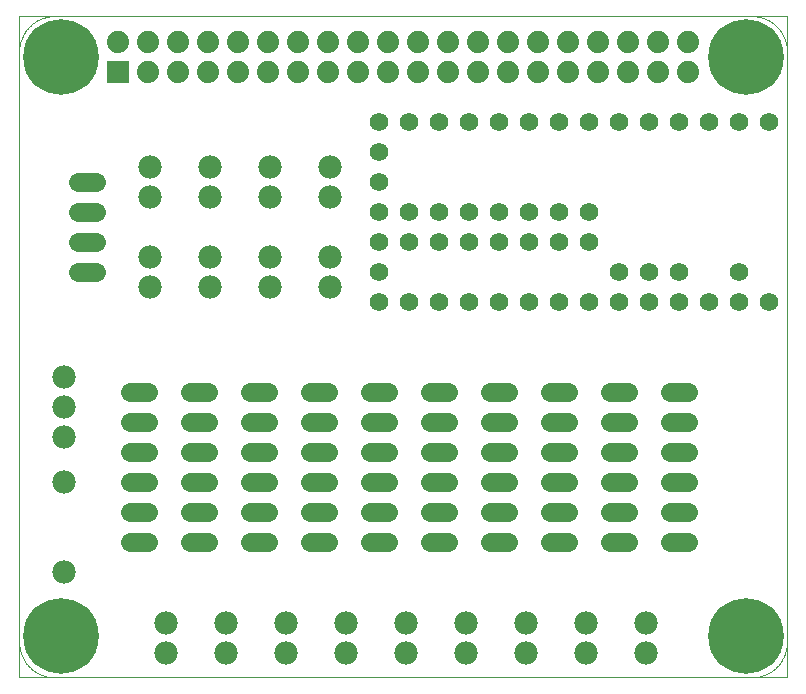
<source format=gbs>
G75*
%MOIN*%
%OFA0B0*%
%FSLAX25Y25*%
%IPPOS*%
%LPD*%
%AMOC8*
5,1,8,0,0,1.08239X$1,22.5*
%
%ADD10C,0.00000*%
%ADD11C,0.07800*%
%ADD12C,0.06200*%
%ADD13C,0.11227*%
%ADD14R,0.07400X0.07400*%
%ADD15C,0.07400*%
%ADD16C,0.25197*%
%ADD17C,0.06400*%
D10*
X0004996Y0005011D02*
X0005008Y0225385D01*
X0260916Y0225461D01*
X0260960Y0004994D01*
X0004996Y0005011D01*
X0005000Y0016811D02*
X0005000Y0213661D01*
X0005003Y0213946D01*
X0005014Y0214232D01*
X0005031Y0214517D01*
X0005055Y0214801D01*
X0005086Y0215085D01*
X0005124Y0215368D01*
X0005169Y0215649D01*
X0005220Y0215930D01*
X0005278Y0216210D01*
X0005343Y0216488D01*
X0005415Y0216764D01*
X0005493Y0217038D01*
X0005578Y0217311D01*
X0005670Y0217581D01*
X0005768Y0217849D01*
X0005872Y0218115D01*
X0005983Y0218378D01*
X0006100Y0218638D01*
X0006223Y0218896D01*
X0006353Y0219150D01*
X0006489Y0219401D01*
X0006630Y0219649D01*
X0006778Y0219893D01*
X0006931Y0220134D01*
X0007091Y0220370D01*
X0007256Y0220603D01*
X0007426Y0220832D01*
X0007602Y0221057D01*
X0007784Y0221277D01*
X0007970Y0221493D01*
X0008162Y0221704D01*
X0008359Y0221911D01*
X0008561Y0222113D01*
X0008768Y0222310D01*
X0008979Y0222502D01*
X0009195Y0222688D01*
X0009415Y0222870D01*
X0009640Y0223046D01*
X0009869Y0223216D01*
X0010102Y0223381D01*
X0010338Y0223541D01*
X0010579Y0223694D01*
X0010823Y0223842D01*
X0011071Y0223983D01*
X0011322Y0224119D01*
X0011576Y0224249D01*
X0011834Y0224372D01*
X0012094Y0224489D01*
X0012357Y0224600D01*
X0012623Y0224704D01*
X0012891Y0224802D01*
X0013161Y0224894D01*
X0013434Y0224979D01*
X0013708Y0225057D01*
X0013984Y0225129D01*
X0014262Y0225194D01*
X0014542Y0225252D01*
X0014823Y0225303D01*
X0015104Y0225348D01*
X0015387Y0225386D01*
X0015671Y0225417D01*
X0015955Y0225441D01*
X0016240Y0225458D01*
X0016526Y0225469D01*
X0016811Y0225472D01*
X0249094Y0225472D01*
X0249379Y0225469D01*
X0249665Y0225458D01*
X0249950Y0225441D01*
X0250234Y0225417D01*
X0250518Y0225386D01*
X0250801Y0225348D01*
X0251082Y0225303D01*
X0251363Y0225252D01*
X0251643Y0225194D01*
X0251921Y0225129D01*
X0252197Y0225057D01*
X0252471Y0224979D01*
X0252744Y0224894D01*
X0253014Y0224802D01*
X0253282Y0224704D01*
X0253548Y0224600D01*
X0253811Y0224489D01*
X0254071Y0224372D01*
X0254329Y0224249D01*
X0254583Y0224119D01*
X0254834Y0223983D01*
X0255082Y0223842D01*
X0255326Y0223694D01*
X0255567Y0223541D01*
X0255803Y0223381D01*
X0256036Y0223216D01*
X0256265Y0223046D01*
X0256490Y0222870D01*
X0256710Y0222688D01*
X0256926Y0222502D01*
X0257137Y0222310D01*
X0257344Y0222113D01*
X0257546Y0221911D01*
X0257743Y0221704D01*
X0257935Y0221493D01*
X0258121Y0221277D01*
X0258303Y0221057D01*
X0258479Y0220832D01*
X0258649Y0220603D01*
X0258814Y0220370D01*
X0258974Y0220134D01*
X0259127Y0219893D01*
X0259275Y0219649D01*
X0259416Y0219401D01*
X0259552Y0219150D01*
X0259682Y0218896D01*
X0259805Y0218638D01*
X0259922Y0218378D01*
X0260033Y0218115D01*
X0260137Y0217849D01*
X0260235Y0217581D01*
X0260327Y0217311D01*
X0260412Y0217038D01*
X0260490Y0216764D01*
X0260562Y0216488D01*
X0260627Y0216210D01*
X0260685Y0215930D01*
X0260736Y0215649D01*
X0260781Y0215368D01*
X0260819Y0215085D01*
X0260850Y0214801D01*
X0260874Y0214517D01*
X0260891Y0214232D01*
X0260902Y0213946D01*
X0260905Y0213661D01*
X0260906Y0213661D02*
X0260906Y0016811D01*
X0260905Y0016811D02*
X0260902Y0016526D01*
X0260891Y0016240D01*
X0260874Y0015955D01*
X0260850Y0015671D01*
X0260819Y0015387D01*
X0260781Y0015104D01*
X0260736Y0014823D01*
X0260685Y0014542D01*
X0260627Y0014262D01*
X0260562Y0013984D01*
X0260490Y0013708D01*
X0260412Y0013434D01*
X0260327Y0013161D01*
X0260235Y0012891D01*
X0260137Y0012623D01*
X0260033Y0012357D01*
X0259922Y0012094D01*
X0259805Y0011834D01*
X0259682Y0011576D01*
X0259552Y0011322D01*
X0259416Y0011071D01*
X0259275Y0010823D01*
X0259127Y0010579D01*
X0258974Y0010338D01*
X0258814Y0010102D01*
X0258649Y0009869D01*
X0258479Y0009640D01*
X0258303Y0009415D01*
X0258121Y0009195D01*
X0257935Y0008979D01*
X0257743Y0008768D01*
X0257546Y0008561D01*
X0257344Y0008359D01*
X0257137Y0008162D01*
X0256926Y0007970D01*
X0256710Y0007784D01*
X0256490Y0007602D01*
X0256265Y0007426D01*
X0256036Y0007256D01*
X0255803Y0007091D01*
X0255567Y0006931D01*
X0255326Y0006778D01*
X0255082Y0006630D01*
X0254834Y0006489D01*
X0254583Y0006353D01*
X0254329Y0006223D01*
X0254071Y0006100D01*
X0253811Y0005983D01*
X0253548Y0005872D01*
X0253282Y0005768D01*
X0253014Y0005670D01*
X0252744Y0005578D01*
X0252471Y0005493D01*
X0252197Y0005415D01*
X0251921Y0005343D01*
X0251643Y0005278D01*
X0251363Y0005220D01*
X0251082Y0005169D01*
X0250801Y0005124D01*
X0250518Y0005086D01*
X0250234Y0005055D01*
X0249950Y0005031D01*
X0249665Y0005014D01*
X0249379Y0005003D01*
X0249094Y0005000D01*
X0016811Y0005000D01*
X0016526Y0005003D01*
X0016240Y0005014D01*
X0015955Y0005031D01*
X0015671Y0005055D01*
X0015387Y0005086D01*
X0015104Y0005124D01*
X0014823Y0005169D01*
X0014542Y0005220D01*
X0014262Y0005278D01*
X0013984Y0005343D01*
X0013708Y0005415D01*
X0013434Y0005493D01*
X0013161Y0005578D01*
X0012891Y0005670D01*
X0012623Y0005768D01*
X0012357Y0005872D01*
X0012094Y0005983D01*
X0011834Y0006100D01*
X0011576Y0006223D01*
X0011322Y0006353D01*
X0011071Y0006489D01*
X0010823Y0006630D01*
X0010579Y0006778D01*
X0010338Y0006931D01*
X0010102Y0007091D01*
X0009869Y0007256D01*
X0009640Y0007426D01*
X0009415Y0007602D01*
X0009195Y0007784D01*
X0008979Y0007970D01*
X0008768Y0008162D01*
X0008561Y0008359D01*
X0008359Y0008561D01*
X0008162Y0008768D01*
X0007970Y0008979D01*
X0007784Y0009195D01*
X0007602Y0009415D01*
X0007426Y0009640D01*
X0007256Y0009869D01*
X0007091Y0010102D01*
X0006931Y0010338D01*
X0006778Y0010579D01*
X0006630Y0010823D01*
X0006489Y0011071D01*
X0006353Y0011322D01*
X0006223Y0011576D01*
X0006100Y0011834D01*
X0005983Y0012094D01*
X0005872Y0012357D01*
X0005768Y0012623D01*
X0005670Y0012891D01*
X0005578Y0013161D01*
X0005493Y0013434D01*
X0005415Y0013708D01*
X0005343Y0013984D01*
X0005278Y0014262D01*
X0005220Y0014542D01*
X0005169Y0014823D01*
X0005124Y0015104D01*
X0005086Y0015387D01*
X0005055Y0015671D01*
X0005031Y0015955D01*
X0005014Y0016240D01*
X0005003Y0016526D01*
X0005000Y0016811D01*
X0013367Y0018780D02*
X0013369Y0018927D01*
X0013375Y0019073D01*
X0013385Y0019219D01*
X0013399Y0019365D01*
X0013417Y0019511D01*
X0013438Y0019656D01*
X0013464Y0019800D01*
X0013494Y0019944D01*
X0013527Y0020086D01*
X0013564Y0020228D01*
X0013605Y0020369D01*
X0013650Y0020508D01*
X0013699Y0020647D01*
X0013751Y0020784D01*
X0013808Y0020919D01*
X0013867Y0021053D01*
X0013931Y0021185D01*
X0013998Y0021315D01*
X0014068Y0021444D01*
X0014142Y0021571D01*
X0014219Y0021695D01*
X0014300Y0021818D01*
X0014384Y0021938D01*
X0014471Y0022056D01*
X0014561Y0022171D01*
X0014654Y0022284D01*
X0014751Y0022395D01*
X0014850Y0022503D01*
X0014952Y0022608D01*
X0015057Y0022710D01*
X0015165Y0022809D01*
X0015276Y0022906D01*
X0015389Y0022999D01*
X0015504Y0023089D01*
X0015622Y0023176D01*
X0015742Y0023260D01*
X0015865Y0023341D01*
X0015989Y0023418D01*
X0016116Y0023492D01*
X0016245Y0023562D01*
X0016375Y0023629D01*
X0016507Y0023693D01*
X0016641Y0023752D01*
X0016776Y0023809D01*
X0016913Y0023861D01*
X0017052Y0023910D01*
X0017191Y0023955D01*
X0017332Y0023996D01*
X0017474Y0024033D01*
X0017616Y0024066D01*
X0017760Y0024096D01*
X0017904Y0024122D01*
X0018049Y0024143D01*
X0018195Y0024161D01*
X0018341Y0024175D01*
X0018487Y0024185D01*
X0018633Y0024191D01*
X0018780Y0024193D01*
X0018927Y0024191D01*
X0019073Y0024185D01*
X0019219Y0024175D01*
X0019365Y0024161D01*
X0019511Y0024143D01*
X0019656Y0024122D01*
X0019800Y0024096D01*
X0019944Y0024066D01*
X0020086Y0024033D01*
X0020228Y0023996D01*
X0020369Y0023955D01*
X0020508Y0023910D01*
X0020647Y0023861D01*
X0020784Y0023809D01*
X0020919Y0023752D01*
X0021053Y0023693D01*
X0021185Y0023629D01*
X0021315Y0023562D01*
X0021444Y0023492D01*
X0021571Y0023418D01*
X0021695Y0023341D01*
X0021818Y0023260D01*
X0021938Y0023176D01*
X0022056Y0023089D01*
X0022171Y0022999D01*
X0022284Y0022906D01*
X0022395Y0022809D01*
X0022503Y0022710D01*
X0022608Y0022608D01*
X0022710Y0022503D01*
X0022809Y0022395D01*
X0022906Y0022284D01*
X0022999Y0022171D01*
X0023089Y0022056D01*
X0023176Y0021938D01*
X0023260Y0021818D01*
X0023341Y0021695D01*
X0023418Y0021571D01*
X0023492Y0021444D01*
X0023562Y0021315D01*
X0023629Y0021185D01*
X0023693Y0021053D01*
X0023752Y0020919D01*
X0023809Y0020784D01*
X0023861Y0020647D01*
X0023910Y0020508D01*
X0023955Y0020369D01*
X0023996Y0020228D01*
X0024033Y0020086D01*
X0024066Y0019944D01*
X0024096Y0019800D01*
X0024122Y0019656D01*
X0024143Y0019511D01*
X0024161Y0019365D01*
X0024175Y0019219D01*
X0024185Y0019073D01*
X0024191Y0018927D01*
X0024193Y0018780D01*
X0024191Y0018633D01*
X0024185Y0018487D01*
X0024175Y0018341D01*
X0024161Y0018195D01*
X0024143Y0018049D01*
X0024122Y0017904D01*
X0024096Y0017760D01*
X0024066Y0017616D01*
X0024033Y0017474D01*
X0023996Y0017332D01*
X0023955Y0017191D01*
X0023910Y0017052D01*
X0023861Y0016913D01*
X0023809Y0016776D01*
X0023752Y0016641D01*
X0023693Y0016507D01*
X0023629Y0016375D01*
X0023562Y0016245D01*
X0023492Y0016116D01*
X0023418Y0015989D01*
X0023341Y0015865D01*
X0023260Y0015742D01*
X0023176Y0015622D01*
X0023089Y0015504D01*
X0022999Y0015389D01*
X0022906Y0015276D01*
X0022809Y0015165D01*
X0022710Y0015057D01*
X0022608Y0014952D01*
X0022503Y0014850D01*
X0022395Y0014751D01*
X0022284Y0014654D01*
X0022171Y0014561D01*
X0022056Y0014471D01*
X0021938Y0014384D01*
X0021818Y0014300D01*
X0021695Y0014219D01*
X0021571Y0014142D01*
X0021444Y0014068D01*
X0021315Y0013998D01*
X0021185Y0013931D01*
X0021053Y0013867D01*
X0020919Y0013808D01*
X0020784Y0013751D01*
X0020647Y0013699D01*
X0020508Y0013650D01*
X0020369Y0013605D01*
X0020228Y0013564D01*
X0020086Y0013527D01*
X0019944Y0013494D01*
X0019800Y0013464D01*
X0019656Y0013438D01*
X0019511Y0013417D01*
X0019365Y0013399D01*
X0019219Y0013385D01*
X0019073Y0013375D01*
X0018927Y0013369D01*
X0018780Y0013367D01*
X0018633Y0013369D01*
X0018487Y0013375D01*
X0018341Y0013385D01*
X0018195Y0013399D01*
X0018049Y0013417D01*
X0017904Y0013438D01*
X0017760Y0013464D01*
X0017616Y0013494D01*
X0017474Y0013527D01*
X0017332Y0013564D01*
X0017191Y0013605D01*
X0017052Y0013650D01*
X0016913Y0013699D01*
X0016776Y0013751D01*
X0016641Y0013808D01*
X0016507Y0013867D01*
X0016375Y0013931D01*
X0016245Y0013998D01*
X0016116Y0014068D01*
X0015989Y0014142D01*
X0015865Y0014219D01*
X0015742Y0014300D01*
X0015622Y0014384D01*
X0015504Y0014471D01*
X0015389Y0014561D01*
X0015276Y0014654D01*
X0015165Y0014751D01*
X0015057Y0014850D01*
X0014952Y0014952D01*
X0014850Y0015057D01*
X0014751Y0015165D01*
X0014654Y0015276D01*
X0014561Y0015389D01*
X0014471Y0015504D01*
X0014384Y0015622D01*
X0014300Y0015742D01*
X0014219Y0015865D01*
X0014142Y0015989D01*
X0014068Y0016116D01*
X0013998Y0016245D01*
X0013931Y0016375D01*
X0013867Y0016507D01*
X0013808Y0016641D01*
X0013751Y0016776D01*
X0013699Y0016913D01*
X0013650Y0017052D01*
X0013605Y0017191D01*
X0013564Y0017332D01*
X0013527Y0017474D01*
X0013494Y0017616D01*
X0013464Y0017760D01*
X0013438Y0017904D01*
X0013417Y0018049D01*
X0013399Y0018195D01*
X0013385Y0018341D01*
X0013375Y0018487D01*
X0013369Y0018633D01*
X0013367Y0018780D01*
X0013367Y0211693D02*
X0013369Y0211840D01*
X0013375Y0211986D01*
X0013385Y0212132D01*
X0013399Y0212278D01*
X0013417Y0212424D01*
X0013438Y0212569D01*
X0013464Y0212713D01*
X0013494Y0212857D01*
X0013527Y0212999D01*
X0013564Y0213141D01*
X0013605Y0213282D01*
X0013650Y0213421D01*
X0013699Y0213560D01*
X0013751Y0213697D01*
X0013808Y0213832D01*
X0013867Y0213966D01*
X0013931Y0214098D01*
X0013998Y0214228D01*
X0014068Y0214357D01*
X0014142Y0214484D01*
X0014219Y0214608D01*
X0014300Y0214731D01*
X0014384Y0214851D01*
X0014471Y0214969D01*
X0014561Y0215084D01*
X0014654Y0215197D01*
X0014751Y0215308D01*
X0014850Y0215416D01*
X0014952Y0215521D01*
X0015057Y0215623D01*
X0015165Y0215722D01*
X0015276Y0215819D01*
X0015389Y0215912D01*
X0015504Y0216002D01*
X0015622Y0216089D01*
X0015742Y0216173D01*
X0015865Y0216254D01*
X0015989Y0216331D01*
X0016116Y0216405D01*
X0016245Y0216475D01*
X0016375Y0216542D01*
X0016507Y0216606D01*
X0016641Y0216665D01*
X0016776Y0216722D01*
X0016913Y0216774D01*
X0017052Y0216823D01*
X0017191Y0216868D01*
X0017332Y0216909D01*
X0017474Y0216946D01*
X0017616Y0216979D01*
X0017760Y0217009D01*
X0017904Y0217035D01*
X0018049Y0217056D01*
X0018195Y0217074D01*
X0018341Y0217088D01*
X0018487Y0217098D01*
X0018633Y0217104D01*
X0018780Y0217106D01*
X0018927Y0217104D01*
X0019073Y0217098D01*
X0019219Y0217088D01*
X0019365Y0217074D01*
X0019511Y0217056D01*
X0019656Y0217035D01*
X0019800Y0217009D01*
X0019944Y0216979D01*
X0020086Y0216946D01*
X0020228Y0216909D01*
X0020369Y0216868D01*
X0020508Y0216823D01*
X0020647Y0216774D01*
X0020784Y0216722D01*
X0020919Y0216665D01*
X0021053Y0216606D01*
X0021185Y0216542D01*
X0021315Y0216475D01*
X0021444Y0216405D01*
X0021571Y0216331D01*
X0021695Y0216254D01*
X0021818Y0216173D01*
X0021938Y0216089D01*
X0022056Y0216002D01*
X0022171Y0215912D01*
X0022284Y0215819D01*
X0022395Y0215722D01*
X0022503Y0215623D01*
X0022608Y0215521D01*
X0022710Y0215416D01*
X0022809Y0215308D01*
X0022906Y0215197D01*
X0022999Y0215084D01*
X0023089Y0214969D01*
X0023176Y0214851D01*
X0023260Y0214731D01*
X0023341Y0214608D01*
X0023418Y0214484D01*
X0023492Y0214357D01*
X0023562Y0214228D01*
X0023629Y0214098D01*
X0023693Y0213966D01*
X0023752Y0213832D01*
X0023809Y0213697D01*
X0023861Y0213560D01*
X0023910Y0213421D01*
X0023955Y0213282D01*
X0023996Y0213141D01*
X0024033Y0212999D01*
X0024066Y0212857D01*
X0024096Y0212713D01*
X0024122Y0212569D01*
X0024143Y0212424D01*
X0024161Y0212278D01*
X0024175Y0212132D01*
X0024185Y0211986D01*
X0024191Y0211840D01*
X0024193Y0211693D01*
X0024191Y0211546D01*
X0024185Y0211400D01*
X0024175Y0211254D01*
X0024161Y0211108D01*
X0024143Y0210962D01*
X0024122Y0210817D01*
X0024096Y0210673D01*
X0024066Y0210529D01*
X0024033Y0210387D01*
X0023996Y0210245D01*
X0023955Y0210104D01*
X0023910Y0209965D01*
X0023861Y0209826D01*
X0023809Y0209689D01*
X0023752Y0209554D01*
X0023693Y0209420D01*
X0023629Y0209288D01*
X0023562Y0209158D01*
X0023492Y0209029D01*
X0023418Y0208902D01*
X0023341Y0208778D01*
X0023260Y0208655D01*
X0023176Y0208535D01*
X0023089Y0208417D01*
X0022999Y0208302D01*
X0022906Y0208189D01*
X0022809Y0208078D01*
X0022710Y0207970D01*
X0022608Y0207865D01*
X0022503Y0207763D01*
X0022395Y0207664D01*
X0022284Y0207567D01*
X0022171Y0207474D01*
X0022056Y0207384D01*
X0021938Y0207297D01*
X0021818Y0207213D01*
X0021695Y0207132D01*
X0021571Y0207055D01*
X0021444Y0206981D01*
X0021315Y0206911D01*
X0021185Y0206844D01*
X0021053Y0206780D01*
X0020919Y0206721D01*
X0020784Y0206664D01*
X0020647Y0206612D01*
X0020508Y0206563D01*
X0020369Y0206518D01*
X0020228Y0206477D01*
X0020086Y0206440D01*
X0019944Y0206407D01*
X0019800Y0206377D01*
X0019656Y0206351D01*
X0019511Y0206330D01*
X0019365Y0206312D01*
X0019219Y0206298D01*
X0019073Y0206288D01*
X0018927Y0206282D01*
X0018780Y0206280D01*
X0018633Y0206282D01*
X0018487Y0206288D01*
X0018341Y0206298D01*
X0018195Y0206312D01*
X0018049Y0206330D01*
X0017904Y0206351D01*
X0017760Y0206377D01*
X0017616Y0206407D01*
X0017474Y0206440D01*
X0017332Y0206477D01*
X0017191Y0206518D01*
X0017052Y0206563D01*
X0016913Y0206612D01*
X0016776Y0206664D01*
X0016641Y0206721D01*
X0016507Y0206780D01*
X0016375Y0206844D01*
X0016245Y0206911D01*
X0016116Y0206981D01*
X0015989Y0207055D01*
X0015865Y0207132D01*
X0015742Y0207213D01*
X0015622Y0207297D01*
X0015504Y0207384D01*
X0015389Y0207474D01*
X0015276Y0207567D01*
X0015165Y0207664D01*
X0015057Y0207763D01*
X0014952Y0207865D01*
X0014850Y0207970D01*
X0014751Y0208078D01*
X0014654Y0208189D01*
X0014561Y0208302D01*
X0014471Y0208417D01*
X0014384Y0208535D01*
X0014300Y0208655D01*
X0014219Y0208778D01*
X0014142Y0208902D01*
X0014068Y0209029D01*
X0013998Y0209158D01*
X0013931Y0209288D01*
X0013867Y0209420D01*
X0013808Y0209554D01*
X0013751Y0209689D01*
X0013699Y0209826D01*
X0013650Y0209965D01*
X0013605Y0210104D01*
X0013564Y0210245D01*
X0013527Y0210387D01*
X0013494Y0210529D01*
X0013464Y0210673D01*
X0013438Y0210817D01*
X0013417Y0210962D01*
X0013399Y0211108D01*
X0013385Y0211254D01*
X0013375Y0211400D01*
X0013369Y0211546D01*
X0013367Y0211693D01*
X0241713Y0211693D02*
X0241715Y0211840D01*
X0241721Y0211986D01*
X0241731Y0212132D01*
X0241745Y0212278D01*
X0241763Y0212424D01*
X0241784Y0212569D01*
X0241810Y0212713D01*
X0241840Y0212857D01*
X0241873Y0212999D01*
X0241910Y0213141D01*
X0241951Y0213282D01*
X0241996Y0213421D01*
X0242045Y0213560D01*
X0242097Y0213697D01*
X0242154Y0213832D01*
X0242213Y0213966D01*
X0242277Y0214098D01*
X0242344Y0214228D01*
X0242414Y0214357D01*
X0242488Y0214484D01*
X0242565Y0214608D01*
X0242646Y0214731D01*
X0242730Y0214851D01*
X0242817Y0214969D01*
X0242907Y0215084D01*
X0243000Y0215197D01*
X0243097Y0215308D01*
X0243196Y0215416D01*
X0243298Y0215521D01*
X0243403Y0215623D01*
X0243511Y0215722D01*
X0243622Y0215819D01*
X0243735Y0215912D01*
X0243850Y0216002D01*
X0243968Y0216089D01*
X0244088Y0216173D01*
X0244211Y0216254D01*
X0244335Y0216331D01*
X0244462Y0216405D01*
X0244591Y0216475D01*
X0244721Y0216542D01*
X0244853Y0216606D01*
X0244987Y0216665D01*
X0245122Y0216722D01*
X0245259Y0216774D01*
X0245398Y0216823D01*
X0245537Y0216868D01*
X0245678Y0216909D01*
X0245820Y0216946D01*
X0245962Y0216979D01*
X0246106Y0217009D01*
X0246250Y0217035D01*
X0246395Y0217056D01*
X0246541Y0217074D01*
X0246687Y0217088D01*
X0246833Y0217098D01*
X0246979Y0217104D01*
X0247126Y0217106D01*
X0247273Y0217104D01*
X0247419Y0217098D01*
X0247565Y0217088D01*
X0247711Y0217074D01*
X0247857Y0217056D01*
X0248002Y0217035D01*
X0248146Y0217009D01*
X0248290Y0216979D01*
X0248432Y0216946D01*
X0248574Y0216909D01*
X0248715Y0216868D01*
X0248854Y0216823D01*
X0248993Y0216774D01*
X0249130Y0216722D01*
X0249265Y0216665D01*
X0249399Y0216606D01*
X0249531Y0216542D01*
X0249661Y0216475D01*
X0249790Y0216405D01*
X0249917Y0216331D01*
X0250041Y0216254D01*
X0250164Y0216173D01*
X0250284Y0216089D01*
X0250402Y0216002D01*
X0250517Y0215912D01*
X0250630Y0215819D01*
X0250741Y0215722D01*
X0250849Y0215623D01*
X0250954Y0215521D01*
X0251056Y0215416D01*
X0251155Y0215308D01*
X0251252Y0215197D01*
X0251345Y0215084D01*
X0251435Y0214969D01*
X0251522Y0214851D01*
X0251606Y0214731D01*
X0251687Y0214608D01*
X0251764Y0214484D01*
X0251838Y0214357D01*
X0251908Y0214228D01*
X0251975Y0214098D01*
X0252039Y0213966D01*
X0252098Y0213832D01*
X0252155Y0213697D01*
X0252207Y0213560D01*
X0252256Y0213421D01*
X0252301Y0213282D01*
X0252342Y0213141D01*
X0252379Y0212999D01*
X0252412Y0212857D01*
X0252442Y0212713D01*
X0252468Y0212569D01*
X0252489Y0212424D01*
X0252507Y0212278D01*
X0252521Y0212132D01*
X0252531Y0211986D01*
X0252537Y0211840D01*
X0252539Y0211693D01*
X0252537Y0211546D01*
X0252531Y0211400D01*
X0252521Y0211254D01*
X0252507Y0211108D01*
X0252489Y0210962D01*
X0252468Y0210817D01*
X0252442Y0210673D01*
X0252412Y0210529D01*
X0252379Y0210387D01*
X0252342Y0210245D01*
X0252301Y0210104D01*
X0252256Y0209965D01*
X0252207Y0209826D01*
X0252155Y0209689D01*
X0252098Y0209554D01*
X0252039Y0209420D01*
X0251975Y0209288D01*
X0251908Y0209158D01*
X0251838Y0209029D01*
X0251764Y0208902D01*
X0251687Y0208778D01*
X0251606Y0208655D01*
X0251522Y0208535D01*
X0251435Y0208417D01*
X0251345Y0208302D01*
X0251252Y0208189D01*
X0251155Y0208078D01*
X0251056Y0207970D01*
X0250954Y0207865D01*
X0250849Y0207763D01*
X0250741Y0207664D01*
X0250630Y0207567D01*
X0250517Y0207474D01*
X0250402Y0207384D01*
X0250284Y0207297D01*
X0250164Y0207213D01*
X0250041Y0207132D01*
X0249917Y0207055D01*
X0249790Y0206981D01*
X0249661Y0206911D01*
X0249531Y0206844D01*
X0249399Y0206780D01*
X0249265Y0206721D01*
X0249130Y0206664D01*
X0248993Y0206612D01*
X0248854Y0206563D01*
X0248715Y0206518D01*
X0248574Y0206477D01*
X0248432Y0206440D01*
X0248290Y0206407D01*
X0248146Y0206377D01*
X0248002Y0206351D01*
X0247857Y0206330D01*
X0247711Y0206312D01*
X0247565Y0206298D01*
X0247419Y0206288D01*
X0247273Y0206282D01*
X0247126Y0206280D01*
X0246979Y0206282D01*
X0246833Y0206288D01*
X0246687Y0206298D01*
X0246541Y0206312D01*
X0246395Y0206330D01*
X0246250Y0206351D01*
X0246106Y0206377D01*
X0245962Y0206407D01*
X0245820Y0206440D01*
X0245678Y0206477D01*
X0245537Y0206518D01*
X0245398Y0206563D01*
X0245259Y0206612D01*
X0245122Y0206664D01*
X0244987Y0206721D01*
X0244853Y0206780D01*
X0244721Y0206844D01*
X0244591Y0206911D01*
X0244462Y0206981D01*
X0244335Y0207055D01*
X0244211Y0207132D01*
X0244088Y0207213D01*
X0243968Y0207297D01*
X0243850Y0207384D01*
X0243735Y0207474D01*
X0243622Y0207567D01*
X0243511Y0207664D01*
X0243403Y0207763D01*
X0243298Y0207865D01*
X0243196Y0207970D01*
X0243097Y0208078D01*
X0243000Y0208189D01*
X0242907Y0208302D01*
X0242817Y0208417D01*
X0242730Y0208535D01*
X0242646Y0208655D01*
X0242565Y0208778D01*
X0242488Y0208902D01*
X0242414Y0209029D01*
X0242344Y0209158D01*
X0242277Y0209288D01*
X0242213Y0209420D01*
X0242154Y0209554D01*
X0242097Y0209689D01*
X0242045Y0209826D01*
X0241996Y0209965D01*
X0241951Y0210104D01*
X0241910Y0210245D01*
X0241873Y0210387D01*
X0241840Y0210529D01*
X0241810Y0210673D01*
X0241784Y0210817D01*
X0241763Y0210962D01*
X0241745Y0211108D01*
X0241731Y0211254D01*
X0241721Y0211400D01*
X0241715Y0211546D01*
X0241713Y0211693D01*
X0241713Y0018780D02*
X0241715Y0018927D01*
X0241721Y0019073D01*
X0241731Y0019219D01*
X0241745Y0019365D01*
X0241763Y0019511D01*
X0241784Y0019656D01*
X0241810Y0019800D01*
X0241840Y0019944D01*
X0241873Y0020086D01*
X0241910Y0020228D01*
X0241951Y0020369D01*
X0241996Y0020508D01*
X0242045Y0020647D01*
X0242097Y0020784D01*
X0242154Y0020919D01*
X0242213Y0021053D01*
X0242277Y0021185D01*
X0242344Y0021315D01*
X0242414Y0021444D01*
X0242488Y0021571D01*
X0242565Y0021695D01*
X0242646Y0021818D01*
X0242730Y0021938D01*
X0242817Y0022056D01*
X0242907Y0022171D01*
X0243000Y0022284D01*
X0243097Y0022395D01*
X0243196Y0022503D01*
X0243298Y0022608D01*
X0243403Y0022710D01*
X0243511Y0022809D01*
X0243622Y0022906D01*
X0243735Y0022999D01*
X0243850Y0023089D01*
X0243968Y0023176D01*
X0244088Y0023260D01*
X0244211Y0023341D01*
X0244335Y0023418D01*
X0244462Y0023492D01*
X0244591Y0023562D01*
X0244721Y0023629D01*
X0244853Y0023693D01*
X0244987Y0023752D01*
X0245122Y0023809D01*
X0245259Y0023861D01*
X0245398Y0023910D01*
X0245537Y0023955D01*
X0245678Y0023996D01*
X0245820Y0024033D01*
X0245962Y0024066D01*
X0246106Y0024096D01*
X0246250Y0024122D01*
X0246395Y0024143D01*
X0246541Y0024161D01*
X0246687Y0024175D01*
X0246833Y0024185D01*
X0246979Y0024191D01*
X0247126Y0024193D01*
X0247273Y0024191D01*
X0247419Y0024185D01*
X0247565Y0024175D01*
X0247711Y0024161D01*
X0247857Y0024143D01*
X0248002Y0024122D01*
X0248146Y0024096D01*
X0248290Y0024066D01*
X0248432Y0024033D01*
X0248574Y0023996D01*
X0248715Y0023955D01*
X0248854Y0023910D01*
X0248993Y0023861D01*
X0249130Y0023809D01*
X0249265Y0023752D01*
X0249399Y0023693D01*
X0249531Y0023629D01*
X0249661Y0023562D01*
X0249790Y0023492D01*
X0249917Y0023418D01*
X0250041Y0023341D01*
X0250164Y0023260D01*
X0250284Y0023176D01*
X0250402Y0023089D01*
X0250517Y0022999D01*
X0250630Y0022906D01*
X0250741Y0022809D01*
X0250849Y0022710D01*
X0250954Y0022608D01*
X0251056Y0022503D01*
X0251155Y0022395D01*
X0251252Y0022284D01*
X0251345Y0022171D01*
X0251435Y0022056D01*
X0251522Y0021938D01*
X0251606Y0021818D01*
X0251687Y0021695D01*
X0251764Y0021571D01*
X0251838Y0021444D01*
X0251908Y0021315D01*
X0251975Y0021185D01*
X0252039Y0021053D01*
X0252098Y0020919D01*
X0252155Y0020784D01*
X0252207Y0020647D01*
X0252256Y0020508D01*
X0252301Y0020369D01*
X0252342Y0020228D01*
X0252379Y0020086D01*
X0252412Y0019944D01*
X0252442Y0019800D01*
X0252468Y0019656D01*
X0252489Y0019511D01*
X0252507Y0019365D01*
X0252521Y0019219D01*
X0252531Y0019073D01*
X0252537Y0018927D01*
X0252539Y0018780D01*
X0252537Y0018633D01*
X0252531Y0018487D01*
X0252521Y0018341D01*
X0252507Y0018195D01*
X0252489Y0018049D01*
X0252468Y0017904D01*
X0252442Y0017760D01*
X0252412Y0017616D01*
X0252379Y0017474D01*
X0252342Y0017332D01*
X0252301Y0017191D01*
X0252256Y0017052D01*
X0252207Y0016913D01*
X0252155Y0016776D01*
X0252098Y0016641D01*
X0252039Y0016507D01*
X0251975Y0016375D01*
X0251908Y0016245D01*
X0251838Y0016116D01*
X0251764Y0015989D01*
X0251687Y0015865D01*
X0251606Y0015742D01*
X0251522Y0015622D01*
X0251435Y0015504D01*
X0251345Y0015389D01*
X0251252Y0015276D01*
X0251155Y0015165D01*
X0251056Y0015057D01*
X0250954Y0014952D01*
X0250849Y0014850D01*
X0250741Y0014751D01*
X0250630Y0014654D01*
X0250517Y0014561D01*
X0250402Y0014471D01*
X0250284Y0014384D01*
X0250164Y0014300D01*
X0250041Y0014219D01*
X0249917Y0014142D01*
X0249790Y0014068D01*
X0249661Y0013998D01*
X0249531Y0013931D01*
X0249399Y0013867D01*
X0249265Y0013808D01*
X0249130Y0013751D01*
X0248993Y0013699D01*
X0248854Y0013650D01*
X0248715Y0013605D01*
X0248574Y0013564D01*
X0248432Y0013527D01*
X0248290Y0013494D01*
X0248146Y0013464D01*
X0248002Y0013438D01*
X0247857Y0013417D01*
X0247711Y0013399D01*
X0247565Y0013385D01*
X0247419Y0013375D01*
X0247273Y0013369D01*
X0247126Y0013367D01*
X0246979Y0013369D01*
X0246833Y0013375D01*
X0246687Y0013385D01*
X0246541Y0013399D01*
X0246395Y0013417D01*
X0246250Y0013438D01*
X0246106Y0013464D01*
X0245962Y0013494D01*
X0245820Y0013527D01*
X0245678Y0013564D01*
X0245537Y0013605D01*
X0245398Y0013650D01*
X0245259Y0013699D01*
X0245122Y0013751D01*
X0244987Y0013808D01*
X0244853Y0013867D01*
X0244721Y0013931D01*
X0244591Y0013998D01*
X0244462Y0014068D01*
X0244335Y0014142D01*
X0244211Y0014219D01*
X0244088Y0014300D01*
X0243968Y0014384D01*
X0243850Y0014471D01*
X0243735Y0014561D01*
X0243622Y0014654D01*
X0243511Y0014751D01*
X0243403Y0014850D01*
X0243298Y0014952D01*
X0243196Y0015057D01*
X0243097Y0015165D01*
X0243000Y0015276D01*
X0242907Y0015389D01*
X0242817Y0015504D01*
X0242730Y0015622D01*
X0242646Y0015742D01*
X0242565Y0015865D01*
X0242488Y0015989D01*
X0242414Y0016116D01*
X0242344Y0016245D01*
X0242277Y0016375D01*
X0242213Y0016507D01*
X0242154Y0016641D01*
X0242097Y0016776D01*
X0242045Y0016913D01*
X0241996Y0017052D01*
X0241951Y0017191D01*
X0241910Y0017332D01*
X0241873Y0017474D01*
X0241840Y0017616D01*
X0241810Y0017760D01*
X0241784Y0017904D01*
X0241763Y0018049D01*
X0241745Y0018195D01*
X0241731Y0018341D01*
X0241721Y0018487D01*
X0241715Y0018633D01*
X0241713Y0018780D01*
D11*
X0214029Y0023193D03*
X0214029Y0013193D03*
X0194029Y0013193D03*
X0194029Y0023193D03*
X0174029Y0023193D03*
X0174029Y0013193D03*
X0154029Y0013193D03*
X0154029Y0023193D03*
X0134029Y0023193D03*
X0134029Y0013193D03*
X0114029Y0013193D03*
X0114029Y0023193D03*
X0094029Y0023193D03*
X0094029Y0013193D03*
X0074029Y0013193D03*
X0074029Y0023193D03*
X0054029Y0023193D03*
X0054029Y0013193D03*
X0020000Y0040000D03*
X0020000Y0070000D03*
X0020000Y0085000D03*
X0020000Y0095000D03*
X0020000Y0105000D03*
X0048496Y0135011D03*
X0048496Y0145011D03*
X0068496Y0145011D03*
X0068496Y0135011D03*
X0088496Y0135011D03*
X0088496Y0145011D03*
X0108496Y0145011D03*
X0108496Y0135011D03*
X0108496Y0165011D03*
X0108496Y0175011D03*
X0088496Y0175011D03*
X0088496Y0165011D03*
X0068496Y0165011D03*
X0068496Y0175011D03*
X0048496Y0175011D03*
X0048496Y0165011D03*
D12*
X0125000Y0170000D03*
X0125000Y0180000D03*
X0125000Y0190000D03*
X0135000Y0190000D03*
X0145000Y0190000D03*
X0155000Y0190000D03*
X0165000Y0190000D03*
X0175000Y0190000D03*
X0185000Y0190000D03*
X0195000Y0190000D03*
X0205000Y0190000D03*
X0215000Y0190000D03*
X0225000Y0190000D03*
X0235000Y0190000D03*
X0245000Y0190000D03*
X0255000Y0190000D03*
X0245000Y0140000D03*
X0245000Y0130000D03*
X0235000Y0130000D03*
X0225000Y0130000D03*
X0215000Y0130000D03*
X0215000Y0140000D03*
X0225000Y0140000D03*
X0205000Y0140000D03*
X0205000Y0130000D03*
X0195000Y0130000D03*
X0185000Y0130000D03*
X0175000Y0130000D03*
X0165000Y0130000D03*
X0155000Y0130000D03*
X0145000Y0130000D03*
X0135000Y0130000D03*
X0125000Y0130000D03*
X0125000Y0140000D03*
X0125000Y0150000D03*
X0125000Y0160000D03*
X0135000Y0160000D03*
X0135000Y0150000D03*
X0145000Y0150000D03*
X0145000Y0160000D03*
X0155000Y0160000D03*
X0165000Y0160000D03*
X0165000Y0150000D03*
X0155000Y0150000D03*
X0175000Y0150000D03*
X0175000Y0160000D03*
X0185000Y0160000D03*
X0185000Y0150000D03*
X0195000Y0150000D03*
X0195000Y0160000D03*
X0255000Y0130000D03*
D13*
X0247126Y0211693D03*
X0247126Y0018780D03*
X0018780Y0018780D03*
X0018780Y0211693D03*
D14*
X0037953Y0206693D03*
D15*
X0047953Y0206693D03*
X0057953Y0206693D03*
X0067953Y0206693D03*
X0077953Y0206693D03*
X0087953Y0206693D03*
X0097953Y0206693D03*
X0107953Y0206693D03*
X0117953Y0206693D03*
X0127953Y0206693D03*
X0137953Y0206693D03*
X0147953Y0206693D03*
X0157953Y0206693D03*
X0167953Y0206693D03*
X0177953Y0206693D03*
X0187953Y0206693D03*
X0197953Y0206693D03*
X0207953Y0206693D03*
X0217953Y0206693D03*
X0227953Y0206693D03*
X0227953Y0216693D03*
X0217953Y0216693D03*
X0207953Y0216693D03*
X0197953Y0216693D03*
X0187953Y0216693D03*
X0177953Y0216693D03*
X0167953Y0216693D03*
X0157953Y0216693D03*
X0147953Y0216693D03*
X0137953Y0216693D03*
X0127953Y0216693D03*
X0117953Y0216693D03*
X0107953Y0216693D03*
X0097953Y0216693D03*
X0087953Y0216693D03*
X0077953Y0216693D03*
X0067953Y0216693D03*
X0057953Y0216693D03*
X0047953Y0216693D03*
X0037953Y0216693D03*
D16*
X0018780Y0211693D03*
X0018780Y0018780D03*
X0247126Y0018780D03*
X0247126Y0211693D03*
D17*
X0228000Y0100000D02*
X0222000Y0100000D01*
X0222000Y0090000D02*
X0228000Y0090000D01*
X0228000Y0080000D02*
X0222000Y0080000D01*
X0222000Y0070000D02*
X0228000Y0070000D01*
X0228000Y0060000D02*
X0222000Y0060000D01*
X0222000Y0050000D02*
X0228000Y0050000D01*
X0208000Y0050000D02*
X0202000Y0050000D01*
X0202000Y0060000D02*
X0208000Y0060000D01*
X0208000Y0070000D02*
X0202000Y0070000D01*
X0202000Y0080000D02*
X0208000Y0080000D01*
X0208000Y0090000D02*
X0202000Y0090000D01*
X0202000Y0100000D02*
X0208000Y0100000D01*
X0188000Y0100000D02*
X0182000Y0100000D01*
X0182000Y0090000D02*
X0188000Y0090000D01*
X0188000Y0080000D02*
X0182000Y0080000D01*
X0182000Y0070000D02*
X0188000Y0070000D01*
X0188000Y0060000D02*
X0182000Y0060000D01*
X0182000Y0050000D02*
X0188000Y0050000D01*
X0168000Y0050000D02*
X0162000Y0050000D01*
X0162000Y0060000D02*
X0168000Y0060000D01*
X0168000Y0070000D02*
X0162000Y0070000D01*
X0162000Y0080000D02*
X0168000Y0080000D01*
X0168000Y0090000D02*
X0162000Y0090000D01*
X0162000Y0100000D02*
X0168000Y0100000D01*
X0148000Y0100000D02*
X0142000Y0100000D01*
X0142000Y0090000D02*
X0148000Y0090000D01*
X0148000Y0080000D02*
X0142000Y0080000D01*
X0142000Y0070000D02*
X0148000Y0070000D01*
X0148000Y0060000D02*
X0142000Y0060000D01*
X0142000Y0050000D02*
X0148000Y0050000D01*
X0128000Y0050000D02*
X0122000Y0050000D01*
X0122000Y0060000D02*
X0128000Y0060000D01*
X0128000Y0070000D02*
X0122000Y0070000D01*
X0122000Y0080000D02*
X0128000Y0080000D01*
X0128000Y0090000D02*
X0122000Y0090000D01*
X0122000Y0100000D02*
X0128000Y0100000D01*
X0108000Y0100000D02*
X0102000Y0100000D01*
X0102000Y0090000D02*
X0108000Y0090000D01*
X0108000Y0080000D02*
X0102000Y0080000D01*
X0102000Y0070000D02*
X0108000Y0070000D01*
X0108000Y0060000D02*
X0102000Y0060000D01*
X0102000Y0050000D02*
X0108000Y0050000D01*
X0088000Y0050000D02*
X0082000Y0050000D01*
X0082000Y0060000D02*
X0088000Y0060000D01*
X0088000Y0070000D02*
X0082000Y0070000D01*
X0082000Y0080000D02*
X0088000Y0080000D01*
X0088000Y0090000D02*
X0082000Y0090000D01*
X0082000Y0100000D02*
X0088000Y0100000D01*
X0068000Y0100000D02*
X0062000Y0100000D01*
X0062000Y0090000D02*
X0068000Y0090000D01*
X0068000Y0080000D02*
X0062000Y0080000D01*
X0062000Y0070000D02*
X0068000Y0070000D01*
X0068000Y0060000D02*
X0062000Y0060000D01*
X0062000Y0050000D02*
X0068000Y0050000D01*
X0048000Y0050000D02*
X0042000Y0050000D01*
X0042000Y0060000D02*
X0048000Y0060000D01*
X0048000Y0070000D02*
X0042000Y0070000D01*
X0042000Y0080000D02*
X0048000Y0080000D01*
X0048000Y0090000D02*
X0042000Y0090000D01*
X0042000Y0100000D02*
X0048000Y0100000D01*
X0030496Y0140011D02*
X0024496Y0140011D01*
X0024496Y0150011D02*
X0030496Y0150011D01*
X0030496Y0160011D02*
X0024496Y0160011D01*
X0024496Y0170011D02*
X0030496Y0170011D01*
M02*

</source>
